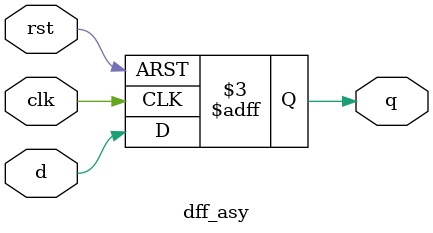
<source format=v>
module dff_asy (q, d, clk, rst);
	input d, clk, rst;
	output reg q;
	
	always @ (posedge clk or posedge rst)
		if (rst == 1) q <= 0;
		else q <= d;
endmodule

</source>
